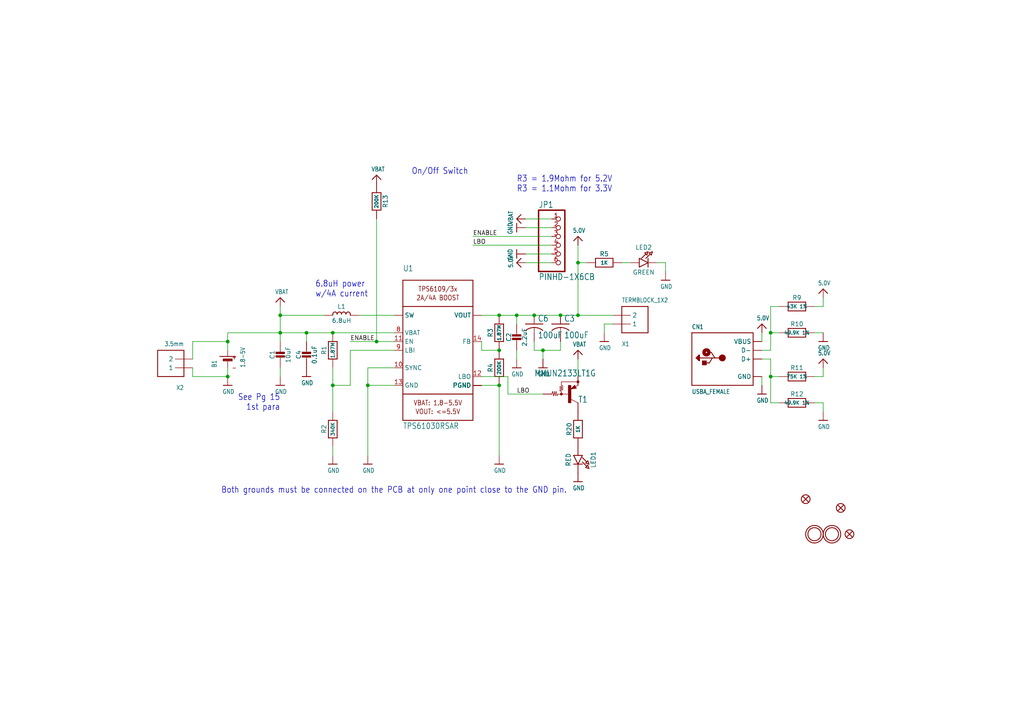
<source format=kicad_sch>
(kicad_sch (version 20211123) (generator eeschema)
  (paper "A4")
  (lib_symbols
    (symbol "eagleSchem-eagle-import:-PNP_DRIVER-SC59-BEC"
      (property "Reference" "T" (at -10.16 7.62 0))
      (property "Value" "-PNP_DRIVER-SC59-BEC" (at -10.16 5.08 0))
      (symbol "-PNP_DRIVER-SC59-BEC_1_0"
        (circle (center -2.286 0) (radius 0.254) (stroke (width 0.3048)))
        (rectangle (start -0.254 -2.54) (end 0.508 2.54) (fill (type outline)))
        (polyline (pts (xy -5.08 0) (xy -4.826 0.762)) (stroke (width 0.1524)))
        (polyline (pts (xy -4.826 0.762) (xy -4.572 -0.508)) (stroke (width 0.1524)))
        (polyline (pts (xy -4.572 -0.508) (xy -4.318 0.762)) (stroke (width 0.1524)))
        (polyline (pts (xy -4.318 0.762) (xy -4.064 -0.508)) (stroke (width 0.1524)))
        (polyline (pts (xy -4.064 -0.508) (xy -3.81 0.762)) (stroke (width 0.1524)))
        (polyline (pts (xy -3.81 0.762) (xy -3.556 -0.508)) (stroke (width 0.1524)))
        (polyline (pts (xy -3.556 -0.508) (xy -3.302 0)) (stroke (width 0.1524)))
        (polyline (pts (xy -3.302 0) (xy -2.286 0)) (stroke (width 0.1524)))
        (polyline (pts (xy -2.794 1.016) (xy -1.778 1.27)) (stroke (width 0.1524)))
        (polyline (pts (xy -2.794 1.524) (xy -1.778 1.778)) (stroke (width 0.1524)))
        (polyline (pts (xy -2.794 2.032) (xy -1.778 2.286)) (stroke (width 0.1524)))
        (polyline (pts (xy -2.286 0) (xy -2.286 0.762)) (stroke (width 0.1524)))
        (polyline (pts (xy -2.286 0) (xy -0.254 0)) (stroke (width 0.1524)))
        (polyline (pts (xy -2.286 0.762) (xy -2.794 1.016)) (stroke (width 0.1524)))
        (polyline (pts (xy -2.286 2.54) (xy -2.286 3.556)) (stroke (width 0.1524)))
        (polyline (pts (xy -2.286 3.556) (xy 2.54 3.556)) (stroke (width 0.1524)))
        (polyline (pts (xy -1.778 1.27) (xy -2.794 1.524)) (stroke (width 0.1524)))
        (polyline (pts (xy -1.778 1.778) (xy -2.794 2.032)) (stroke (width 0.1524)))
        (polyline (pts (xy -1.778 2.286) (xy -2.286 2.54)) (stroke (width 0.1524)))
        (polyline (pts (xy 0.5159 1.478) (xy 2.0861 1.6779)) (stroke (width 0.1524)))
        (polyline (pts (xy 0.762 1.651) (xy 1.778 1.778)) (stroke (width 0.254)))
        (polyline (pts (xy 1.143 1.905) (xy 1.524 1.905)) (stroke (width 0.254)))
        (polyline (pts (xy 1.524 2.159) (xy 1.143 1.905)) (stroke (width 0.254)))
        (polyline (pts (xy 1.524 2.413) (xy 0.762 1.651)) (stroke (width 0.254)))
        (polyline (pts (xy 1.5781 2.5941) (xy 0.5159 1.478)) (stroke (width 0.1524)))
        (polyline (pts (xy 1.778 1.778) (xy 1.524 2.159)) (stroke (width 0.254)))
        (polyline (pts (xy 1.905 1.778) (xy 1.524 2.413)) (stroke (width 0.254)))
        (polyline (pts (xy 2.0861 1.6779) (xy 1.5781 2.5941)) (stroke (width 0.1524)))
        (polyline (pts (xy 2.54 -2.54) (xy 0.508 -1.524)) (stroke (width 0.1524)))
        (polyline (pts (xy 2.54 2.54) (xy 1.808 2.1239)) (stroke (width 0.1524)))
        (circle (center 2.54 3.556) (radius 0.254) (stroke (width 0.3048)))
        (pin passive line (at -7.62 0 0) (length 2.54) (name "B") (number "B"))
        (pin passive line (at 2.54 -5.08 90) (length 2.54) (name "C") (number "C"))
        (pin passive line (at 2.54 5.08 270) (length 2.54) (name "E") (number "E"))
      )
    )
    (symbol "eagleSchem-eagle-import:5.0V" (power)
      (property "Value" "5.0V" (at -1.524 1.016 0))
      (symbol "5.0V_1_0"
        (polyline (pts (xy -1.27 -1.27) (xy 0 0)) (stroke (width 0.254)))
        (polyline (pts (xy 0 0) (xy 1.27 -1.27)) (stroke (width 0.254)))
        (pin power_in line (at 0 -2.54 90) (length 2.54) (name "5.0V") (number "1"))
      )
    )
    (symbol "eagleSchem-eagle-import:BATTERY"
      (property "Reference" "B" (at -2.54 3.175 0))
      (property "Value" "BATTERY" (at -2.54 -5.08 0))
      (symbol "BATTERY_1_0"
        (polyline (pts (xy -2.54 0) (xy -0.635 0)) (stroke (width 0.1524)))
        (polyline (pts (xy -0.508 -1.27) (xy -0.508 1.27)) (stroke (width 0.254)))
        (polyline (pts (xy -0.508 1.27) (xy -0.254 1.27)) (stroke (width 0.254)))
        (polyline (pts (xy -0.254 -1.27) (xy -0.508 -1.27)) (stroke (width 0.254)))
        (polyline (pts (xy -0.254 1.27) (xy -0.254 -1.27)) (stroke (width 0.254)))
        (polyline (pts (xy -0.254 1.27) (xy 0 1.27)) (stroke (width 0.254)))
        (polyline (pts (xy 0 -1.27) (xy -0.254 -1.27)) (stroke (width 0.254)))
        (polyline (pts (xy 0 1.27) (xy 0 -1.27)) (stroke (width 0.254)))
        (polyline (pts (xy 0.762 2.286) (xy 0.762 -2.286)) (stroke (width 0.254)))
        (polyline (pts (xy 0.889 0) (xy 2.54 0)) (stroke (width 0.1524)))
        (text "+" (at 1.27 -1.143 900) (effects (font (size 1.27 1.0795)) (justify right top)))
        (text "-" (at -1.778 -1.143 900) (effects (font (size 1.27 1.0795)) (justify right top)))
        (pin passive line (at -2.54 0 0) (length 0) (name "-") (number "1"))
        (pin passive line (at 2.54 0 180) (length 0) (name "+") (number "2"))
      )
    )
    (symbol "eagleSchem-eagle-import:C-USC1210"
      (property "Reference" "C" (at 1.016 0.635 0))
      (property "Value" "C-USC1210" (at 1.016 -4.191 0))
      (symbol "C-USC1210_1_0"
        (arc (start 0 -1.0161) (mid -1.302 -1.2303) (end -2.4668 -1.8504) (stroke (width 0.254)))
        (polyline (pts (xy -2.54 0) (xy 2.54 0)) (stroke (width 0.254)))
        (polyline (pts (xy 0 -1.016) (xy 0 -2.54)) (stroke (width 0.1524)))
        (arc (start 2.4892 -1.8542) (mid 1.3158 -1.2195) (end 0 -1) (stroke (width 0.254)))
        (pin passive line (at 0 2.54 270) (length 2.54) (name "1") (number "1"))
        (pin passive line (at 0 -5.08 90) (length 2.54) (name "2") (number "2"))
      )
    )
    (symbol "eagleSchem-eagle-import:CAP_CERAMIC0805-NOOUTLINE"
      (property "Reference" "C" (at -2.29 1.25 90))
      (property "Value" "CAP_CERAMIC0805-NOOUTLINE" (at 2.3 1.25 90))
      (symbol "CAP_CERAMIC0805-NOOUTLINE_1_0"
        (rectangle (start -1.27 0.508) (end 1.27 1.016) (fill (type outline)))
        (rectangle (start -1.27 1.524) (end 1.27 2.032) (fill (type outline)))
        (polyline (pts (xy 0 0.762) (xy 0 0)) (stroke (width 0.1524)))
        (polyline (pts (xy 0 2.54) (xy 0 1.778)) (stroke (width 0.1524)))
        (pin passive line (at 0 5.08 270) (length 2.54) (name "1") (number "1"))
        (pin passive line (at 0 -2.54 90) (length 2.54) (name "2") (number "2"))
      )
    )
    (symbol "eagleSchem-eagle-import:FIDUCIAL{dblquote}{dblquote}"
      (symbol "FIDUCIAL{dblquote}{dblquote}_1_0"
        (polyline (pts (xy -0.762 0.762) (xy 0.762 -0.762)) (stroke (width 0.254)))
        (polyline (pts (xy 0.762 0.762) (xy -0.762 -0.762)) (stroke (width 0.254)))
        (circle (center 0 0) (radius 1.27) (stroke (width 0.254)))
      )
    )
    (symbol "eagleSchem-eagle-import:GND" (power)
      (property "Value" "GND" (at -1.524 -2.54 0))
      (symbol "GND_1_0"
        (polyline (pts (xy -1.27 0) (xy 1.27 0)) (stroke (width 0.254)))
        (pin power_in line (at 0 2.54 270) (length 2.54) (name "GND") (number "1"))
      )
    )
    (symbol "eagleSchem-eagle-import:INDUCTOR-8X8"
      (property "Reference" "L" (at 0 2.54 0))
      (property "Value" "INDUCTOR-8X8" (at 0 -1.54 0))
      (symbol "INDUCTOR-8X8_1_0"
        (arc (start -1.27 0.3175) (mid -1.905 0.9524) (end -2.54 0.3175) (stroke (width 0.254)))
        (polyline (pts (xy -2.54 0.3175) (xy -2.54 0)) (stroke (width 0.254)))
        (polyline (pts (xy 2.54 0.3175) (xy 2.54 0)) (stroke (width 0.254)))
        (arc (start 0 0.3175) (mid -0.635 0.9524) (end -1.27 0.3175) (stroke (width 0.254)))
        (arc (start 1.27 0.3175) (mid 0.635 0.9524) (end 0 0.3175) (stroke (width 0.254)))
        (arc (start 2.54 0.3175) (mid 1.905 0.9524) (end 1.27 0.3175) (stroke (width 0.254)))
        (pin passive line (at -5.08 0 0) (length 2.54) (name "1") (number "P$1"))
        (pin passive line (at 5.08 0 180) (length 2.54) (name "2") (number "P$2"))
      )
    )
    (symbol "eagleSchem-eagle-import:LED0805_NOOUTLINE"
      (property "Reference" "D" (at -1.27 4.445 0))
      (property "Value" "LED0805_NOOUTLINE" (at -1.27 -2.794 0))
      (symbol "LED0805_NOOUTLINE_1_0"
        (polyline (pts (xy -2.54 -1.27) (xy 0 0)) (stroke (width 0.254)))
        (polyline (pts (xy -2.54 1.27) (xy -2.54 -1.27)) (stroke (width 0.254)))
        (polyline (pts (xy -1.905 1.27) (xy -0.635 2.54)) (stroke (width 0.254)))
        (polyline (pts (xy -0.9525 2.8575) (xy -0.3175 2.2225)) (stroke (width 0.254)))
        (polyline (pts (xy -0.635 1.27) (xy 0.635 2.54)) (stroke (width 0.254)))
        (polyline (pts (xy -0.3175 2.2225) (xy 0 3.175)) (stroke (width 0.254)))
        (polyline (pts (xy 0 0) (xy -2.54 1.27)) (stroke (width 0.254)))
        (polyline (pts (xy 0 0) (xy 0 -1.27)) (stroke (width 0.254)))
        (polyline (pts (xy 0 1.27) (xy 0 0)) (stroke (width 0.254)))
        (polyline (pts (xy 0 3.175) (xy -0.9525 2.8575)) (stroke (width 0.254)))
        (polyline (pts (xy 0.3175 2.8575) (xy 0.9525 2.2225)) (stroke (width 0.254)))
        (polyline (pts (xy 0.9525 2.2225) (xy 1.27 3.175)) (stroke (width 0.254)))
        (polyline (pts (xy 1.27 3.175) (xy 0.3175 2.8575)) (stroke (width 0.254)))
        (pin passive line (at -5.08 0 0) (length 2.54) (name "A") (number "A"))
        (pin passive line (at 2.54 0 180) (length 2.54) (name "C") (number "C"))
      )
    )
    (symbol "eagleSchem-eagle-import:MOUNTINGHOLE2.5"
      (symbol "MOUNTINGHOLE2.5_1_0"
        (circle (center 0 0) (radius 1.905) (stroke (width 0.254)))
        (circle (center 0 0) (radius 2.54) (stroke (width 0.254)))
      )
    )
    (symbol "eagleSchem-eagle-import:PINHD-1X6CB"
      (property "Reference" "JP" (at -6.35 10.795 0))
      (property "Value" "PINHD-1X6CB" (at -6.35 -10.16 0))
      (symbol "PINHD-1X6CB_1_0"
        (polyline (pts (xy -6.35 -7.62) (xy 1.27 -7.62)) (stroke (width 0.4064)))
        (polyline (pts (xy -6.35 10.16) (xy -6.35 -7.62)) (stroke (width 0.4064)))
        (polyline (pts (xy 1.27 -7.62) (xy 1.27 10.16)) (stroke (width 0.4064)))
        (polyline (pts (xy 1.27 10.16) (xy -6.35 10.16)) (stroke (width 0.4064)))
        (pin passive inverted (at -2.54 7.62 0) (length 2.54) (name "1") (number "1"))
        (pin passive inverted (at -2.54 5.08 0) (length 2.54) (name "2") (number "2"))
        (pin passive inverted (at -2.54 2.54 0) (length 2.54) (name "3") (number "3"))
        (pin passive inverted (at -2.54 0 0) (length 2.54) (name "4") (number "4"))
        (pin passive inverted (at -2.54 -2.54 0) (length 2.54) (name "5") (number "5"))
        (pin passive inverted (at -2.54 -5.08 0) (length 2.54) (name "6") (number "6"))
      )
    )
    (symbol "eagleSchem-eagle-import:RESISTOR0805_NOOUTLINE"
      (property "Reference" "R" (at 0 2.54 0))
      (property "Value" "RESISTOR0805_NOOUTLINE" (at 0 0 0))
      (symbol "RESISTOR0805_NOOUTLINE_1_0"
        (polyline (pts (xy -2.54 -1.27) (xy -2.54 1.27)) (stroke (width 0.254)))
        (polyline (pts (xy -2.54 1.27) (xy 2.54 1.27)) (stroke (width 0.254)))
        (polyline (pts (xy 2.54 -1.27) (xy -2.54 -1.27)) (stroke (width 0.254)))
        (polyline (pts (xy 2.54 1.27) (xy 2.54 -1.27)) (stroke (width 0.254)))
        (pin passive line (at -5.08 0 0) (length 2.54) (name "1") (number "1"))
        (pin passive line (at 5.08 0 180) (length 2.54) (name "2") (number "2"))
      )
    )
    (symbol "eagleSchem-eagle-import:RESISTOR_0805MP"
      (property "Reference" "R" (at 0 2.54 0))
      (property "Value" "RESISTOR_0805MP" (at 0 0 0))
      (symbol "RESISTOR_0805MP_1_0"
        (polyline (pts (xy -2.54 -1.27) (xy -2.54 1.27)) (stroke (width 0.254)))
        (polyline (pts (xy -2.54 1.27) (xy 2.54 1.27)) (stroke (width 0.254)))
        (polyline (pts (xy 2.54 -1.27) (xy -2.54 -1.27)) (stroke (width 0.254)))
        (polyline (pts (xy 2.54 1.27) (xy 2.54 -1.27)) (stroke (width 0.254)))
        (pin passive line (at -5.08 0 0) (length 2.54) (name "1") (number "1"))
        (pin passive line (at 5.08 0 180) (length 2.54) (name "2") (number "2"))
      )
    )
    (symbol "eagleSchem-eagle-import:TERMBLOCK_1X2"
      (property "Reference" "X" (at -2.54 7.62 0))
      (property "Value" "TERMBLOCK_1X2" (at -2.54 -5.08 0))
      (symbol "TERMBLOCK_1X2_1_0"
        (polyline (pts (xy -2.54 -2.54) (xy 5.08 -2.54)) (stroke (width 0.254)))
        (polyline (pts (xy -2.54 5.08) (xy -2.54 -2.54)) (stroke (width 0.254)))
        (polyline (pts (xy 5.08 -2.54) (xy 5.08 5.08)) (stroke (width 0.254)))
        (polyline (pts (xy 5.08 5.08) (xy -2.54 5.08)) (stroke (width 0.254)))
        (pin passive line (at -5.08 2.54 0) (length 5.08) (name "1") (number "1"))
        (pin passive line (at -5.08 0 0) (length 5.08) (name "2") (number "2"))
      )
    )
    (symbol "eagleSchem-eagle-import:USB_TYPEAPTHFML"
      (property "Reference" "X" (at -10.16 8.636 0))
      (property "Value" "USB_TYPEAPTHFML" (at -10.16 -10.16 0))
      (symbol "USB_TYPEAPTHFML_1_0"
        (rectangle (start -7.12 -1.72) (end -5.92 -0.52) (fill (type outline)))
        (circle (center -5.92 1.93) (radius 0.2) (stroke (width 1)))
        (circle (center -1.32 0.33) (radius 0.5) (stroke (width 1)))
        (polyline (pts (xy -10.2 7.62) (xy -10.16 7.62)) (stroke (width 0.254)))
        (polyline (pts (xy -10.16 -7.62) (xy 7.62 -7.62)) (stroke (width 0.254)))
        (polyline (pts (xy -10.16 7.62) (xy -10.16 -7.62)) (stroke (width 0.254)))
        (polyline (pts (xy -10.16 7.62) (xy 7.62 7.62)) (stroke (width 0.254)))
        (polyline (pts (xy -8.92 0.33) (xy -8.12 1.13)) (stroke (width 0.254)))
        (polyline (pts (xy -8.52 0.13) (xy -8.32 -0.07)) (stroke (width 0.254)))
        (polyline (pts (xy -8.52 0.33) (xy -8.52 0.13)) (stroke (width 0.254)))
        (polyline (pts (xy -8.32 -0.07) (xy -8.32 0.73)) (stroke (width 0.254)))
        (polyline (pts (xy -8.32 0.73) (xy -8.72 0.33)) (stroke (width 0.254)))
        (polyline (pts (xy -8.12 -0.47) (xy -8.92 0.33)) (stroke (width 0.254)))
        (polyline (pts (xy -8.12 -0.27) (xy -8.12 1.13)) (stroke (width 0.254)))
        (polyline (pts (xy -8.12 1.13) (xy -7.92 1.13)) (stroke (width 0.254)))
        (polyline (pts (xy -7.92 -0.47) (xy -8.12 -0.47)) (stroke (width 0.254)))
        (polyline (pts (xy -7.92 0.33) (xy -7.92 -0.47)) (stroke (width 0.254)))
        (polyline (pts (xy -7.92 1.13) (xy -7.92 0.33)) (stroke (width 0.254)))
        (polyline (pts (xy -6.27 -1.12) (xy -5.07 -1.12)) (stroke (width 0.254)))
        (polyline (pts (xy -5.52 1.93) (xy -4.52 1.93)) (stroke (width 0.254)))
        (polyline (pts (xy -5.07 -1.12) (xy -4.22 0.33)) (stroke (width 0.254)))
        (polyline (pts (xy -4.52 1.93) (xy -3.47 0.33)) (stroke (width 0.254)))
        (polyline (pts (xy -4.22 0.33) (xy -7.92 0.33)) (stroke (width 0.254)))
        (polyline (pts (xy -3.47 0.33) (xy -4.22 0.33)) (stroke (width 0.254)))
        (polyline (pts (xy -1.32 0.33) (xy -3.47 0.33)) (stroke (width 0.254)))
        (polyline (pts (xy 7.62 7.62) (xy 7.62 -7.62)) (stroke (width 0.254)))
        (pin bidirectional line (at 10.16 0 180) (length 2.54) (name "D+") (number "D+"))
        (pin bidirectional line (at 10.16 2.54 180) (length 2.54) (name "D-") (number "D-"))
        (pin power_in line (at 10.16 -5.08 180) (length 2.54) (name "GND") (number "GND"))
        (pin power_in line (at 10.16 5.08 180) (length 2.54) (name "VBUS") (number "VBUS"))
      )
    )
    (symbol "eagleSchem-eagle-import:VBAT" (power)
      (property "Value" "VBAT" (at -1.524 1.016 0))
      (symbol "VBAT_1_0"
        (polyline (pts (xy -1.27 -1.27) (xy 0 0)) (stroke (width 0.254)))
        (polyline (pts (xy 0 0) (xy 1.27 -1.27)) (stroke (width 0.254)))
        (pin power_in line (at 0 -2.54 90) (length 2.54) (name "VBAT") (number "1"))
      )
    )
    (symbol "eagleSchem-eagle-import:VREG_TPS6103X"
      (property "Reference" "U" (at -10.16 22.86 0))
      (property "Value" "VREG_TPS6103X" (at -10.16 -22.86 0))
      (symbol "VREG_TPS6103X_1_0"
        (polyline (pts (xy -10.16 -20.32) (xy 10.16 -20.32)) (stroke (width 0.254)))
        (polyline (pts (xy -10.16 -12.7) (xy -10.16 -20.32)) (stroke (width 0.254)))
        (polyline (pts (xy -10.16 -12.7) (xy -10.16 12.7)) (stroke (width 0.254)))
        (polyline (pts (xy -10.16 12.7) (xy -10.16 20.32)) (stroke (width 0.254)))
        (polyline (pts (xy -10.16 12.7) (xy 10.16 12.7)) (stroke (width 0.254)))
        (polyline (pts (xy -10.16 20.32) (xy 10.16 20.32)) (stroke (width 0.254)))
        (polyline (pts (xy 10.16 -20.32) (xy 10.16 -12.7)) (stroke (width 0.254)))
        (polyline (pts (xy 10.16 -12.7) (xy -10.16 -12.7)) (stroke (width 0.254)))
        (polyline (pts (xy 10.16 12.7) (xy 10.16 -12.7)) (stroke (width 0.254)))
        (polyline (pts (xy 10.16 20.32) (xy 10.16 12.7)) (stroke (width 0.254)))
        (text "2A/4A BOOST" (at 0 15.24 0) (effects (font (size 1.4224 1.209))))
        (text "TPS6109/3x" (at 0 17.78 0) (effects (font (size 1.4224 1.209))))
        (text "VBAT: 1.8-5.5V" (at 0 -15.24 0) (effects (font (size 1.4224 1.209))))
        (text "VOUT: <=5.5V" (at 0 -17.78 0) (effects (font (size 1.4224 1.209))))
        (pin power_in line (at 12.7 10.16 180) (length 2.54) (name "VOUT") (number "1"))
        (pin input line (at -12.7 -5.08 0) (length 2.54) (name "SYNC") (number "10"))
        (pin input line (at -12.7 2.54 0) (length 2.54) (name "EN") (number "11"))
        (pin output line (at 12.7 -7.62 180) (length 2.54) (name "LBO") (number "12"))
        (pin power_in line (at -12.7 -10.16 0) (length 2.54) (name "GND") (number "13"))
        (pin input line (at 12.7 2.54 180) (length 2.54) (name "FB") (number "14"))
        (pin power_in line (at 12.7 10.16 180) (length 2.54) (name "VOUT") (number "15"))
        (pin power_in line (at 12.7 10.16 180) (length 2.54) (name "VOUT") (number "16"))
        (pin input line (at -12.7 10.16 0) (length 2.54) (name "SW") (number "3"))
        (pin input line (at -12.7 10.16 0) (length 2.54) (name "SW") (number "4"))
        (pin power_in line (at 12.7 -10.16 180) (length 2.54) (name "PGND") (number "5"))
        (pin power_in line (at 12.7 -10.16 180) (length 2.54) (name "PGND") (number "6"))
        (pin power_in line (at 12.7 -10.16 180) (length 2.54) (name "PGND") (number "7"))
        (pin input line (at -12.7 5.08 0) (length 2.54) (name "VBAT") (number "8"))
        (pin input line (at -12.7 0 0) (length 2.54) (name "LBI") (number "9"))
        (pin power_in line (at 12.7 -10.16 180) (length 2.54) (name "PGND") (number "P$18"))
        (pin power_in line (at 12.7 -10.16 180) (length 2.54) (name "PGND") (number "P$19"))
        (pin power_in line (at 12.7 -10.16 180) (length 2.54) (name "PGND") (number "P$20"))
        (pin power_in line (at 12.7 -10.16 180) (length 2.54) (name "PGND") (number "P$21"))
        (pin power_in line (at 12.7 -10.16 180) (length 2.54) (name "PGND") (number "P$22"))
        (pin power_in line (at 12.7 -10.16 180) (length 2.54) (name "PGND") (number "THERMAL"))
      )
    )
  )
  (junction (at 144.78 101.6))
  (junction (at 66.04 99.06))
  (junction (at 81.28 91.44))
  (junction (at 167.64 76.2))
  (junction (at 162.56 91.44))
  (junction (at 66.04 109.22))
  (junction (at 149.86 91.44))
  (junction (at 144.78 111.76))
  (junction (at 109.22 99.06))
  (junction (at 144.78 91.44))
  (junction (at 88.9 96.52))
  (junction (at 157.48 101.6))
  (junction (at 154.94 91.44))
  (junction (at 223.52 96.52))
  (junction (at 223.52 109.22))
  (junction (at 96.52 111.76))
  (junction (at 96.52 96.52))
  (junction (at 81.28 96.52))
  (junction (at 167.64 91.44))
  (junction (at 106.68 111.76))
  (wire (pts (xy 154.94 101.6) (xy 157.48 101.6)))
  (wire (pts (xy 96.52 132.08) (xy 96.52 129.54)))
  (wire (pts (xy 114.3 101.6) (xy 101.6 101.6)))
  (wire (pts (xy 223.52 96.52) (xy 223.52 88.9)))
  (wire (pts (xy 109.22 99.06) (xy 101.6 99.06)))
  (wire (pts (xy 139.7 99.06) (xy 139.7 101.6)))
  (wire (pts (xy 157.48 101.6) (xy 157.48 104.14)))
  (wire (pts (xy 55.88 104.14) (xy 55.88 99.06)))
  (wire (pts (xy 193.04 76.2) (xy 193.04 78.74)))
  (wire (pts (xy 223.52 88.9) (xy 226.06 88.9)))
  (wire (pts (xy 236.22 88.9) (xy 238.76 88.9)))
  (wire (pts (xy 147.32 114.3) (xy 157.48 114.3)))
  (wire (pts (xy 223.52 101.6) (xy 223.52 96.52)))
  (wire (pts (xy 101.6 111.76) (xy 96.52 111.76)))
  (wire (pts (xy 167.64 76.2) (xy 170.18 76.2)))
  (wire (pts (xy 139.7 111.76) (xy 144.78 111.76)))
  (wire (pts (xy 81.28 91.44) (xy 81.28 88.9)))
  (wire (pts (xy 66.04 96.52) (xy 66.04 99.06)))
  (wire (pts (xy 144.78 91.44) (xy 149.86 91.44)))
  (wire (pts (xy 139.7 101.6) (xy 144.78 101.6)))
  (wire (pts (xy 236.22 96.52) (xy 238.76 96.52)))
  (wire (pts (xy 223.52 116.84) (xy 226.06 116.84)))
  (wire (pts (xy 88.9 99.06) (xy 88.9 96.52)))
  (wire (pts (xy 160.02 76.2) (xy 152.4 76.2)))
  (wire (pts (xy 236.22 109.22) (xy 238.76 109.22)))
  (wire (pts (xy 114.3 99.06) (xy 109.22 99.06)))
  (wire (pts (xy 139.7 109.22) (xy 147.32 109.22)))
  (wire (pts (xy 144.78 111.76) (xy 144.78 132.08)))
  (wire (pts (xy 160.02 73.66) (xy 152.4 73.66)))
  (wire (pts (xy 160.02 63.5) (xy 152.4 63.5)))
  (wire (pts (xy 96.52 106.68) (xy 96.52 111.76)))
  (wire (pts (xy 66.04 106.68) (xy 66.04 109.22)))
  (wire (pts (xy 114.3 111.76) (xy 106.68 111.76)))
  (wire (pts (xy 160.02 66.04) (xy 152.4 66.04)))
  (wire (pts (xy 149.86 101.6) (xy 149.86 104.14)))
  (wire (pts (xy 167.64 76.2) (xy 167.64 71.12)))
  (wire (pts (xy 66.04 99.06) (xy 66.04 101.6)))
  (wire (pts (xy 162.56 91.44) (xy 167.64 91.44)))
  (wire (pts (xy 55.88 109.22) (xy 66.04 109.22)))
  (wire (pts (xy 114.3 91.44) (xy 104.14 91.44)))
  (wire (pts (xy 223.52 96.52) (xy 226.06 96.52)))
  (wire (pts (xy 109.22 99.06) (xy 109.22 63.5)))
  (wire (pts (xy 106.68 111.76) (xy 106.68 132.08)))
  (wire (pts (xy 55.88 109.22) (xy 55.88 106.68)))
  (wire (pts (xy 190.5 76.2) (xy 193.04 76.2)))
  (wire (pts (xy 220.98 99.06) (xy 220.98 96.52)))
  (wire (pts (xy 177.8 91.44) (xy 167.64 91.44)))
  (wire (pts (xy 154.94 99.06) (xy 154.94 101.6)))
  (wire (pts (xy 236.22 116.84) (xy 238.76 116.84)))
  (wire (pts (xy 167.64 109.22) (xy 167.64 104.14)))
  (wire (pts (xy 220.98 109.22) (xy 220.98 111.76)))
  (wire (pts (xy 223.52 109.22) (xy 226.06 109.22)))
  (wire (pts (xy 157.48 101.6) (xy 162.56 101.6)))
  (wire (pts (xy 101.6 111.76) (xy 101.6 101.6)))
  (wire (pts (xy 175.26 93.98) (xy 177.8 93.98)))
  (wire (pts (xy 66.04 96.52) (xy 81.28 96.52)))
  (wire (pts (xy 88.9 96.52) (xy 81.28 96.52)))
  (wire (pts (xy 160.02 68.58) (xy 137.16 68.58)))
  (wire (pts (xy 81.28 96.52) (xy 81.28 99.06)))
  (wire (pts (xy 223.52 109.22) (xy 223.52 116.84)))
  (wire (pts (xy 96.52 96.52) (xy 88.9 96.52)))
  (wire (pts (xy 238.76 109.22) (xy 238.76 106.68)))
  (wire (pts (xy 114.3 106.68) (xy 106.68 106.68)))
  (wire (pts (xy 180.34 76.2) (xy 182.88 76.2)))
  (wire (pts (xy 81.28 106.68) (xy 81.28 109.22)))
  (wire (pts (xy 149.86 91.44) (xy 154.94 91.44)))
  (wire (pts (xy 149.86 93.98) (xy 149.86 91.44)))
  (wire (pts (xy 55.88 99.06) (xy 66.04 99.06)))
  (wire (pts (xy 114.3 96.52) (xy 96.52 96.52)))
  (wire (pts (xy 106.68 106.68) (xy 106.68 111.76)))
  (wire (pts (xy 139.7 91.44) (xy 144.78 91.44)))
  (wire (pts (xy 147.32 109.22) (xy 147.32 114.3)))
  (wire (pts (xy 238.76 88.9) (xy 238.76 86.36)))
  (wire (pts (xy 175.26 93.98) (xy 175.26 96.52)))
  (wire (pts (xy 93.98 91.44) (xy 81.28 91.44)))
  (wire (pts (xy 81.28 91.44) (xy 81.28 96.52)))
  (wire (pts (xy 154.94 91.44) (xy 162.56 91.44)))
  (wire (pts (xy 96.52 111.76) (xy 96.52 119.38)))
  (wire (pts (xy 162.56 101.6) (xy 162.56 99.06)))
  (wire (pts (xy 238.76 116.84) (xy 238.76 119.38)))
  (wire (pts (xy 220.98 101.6) (xy 223.52 101.6)))
  (wire (pts (xy 220.98 104.14) (xy 223.52 104.14)))
  (wire (pts (xy 167.64 91.44) (xy 167.64 76.2)))
  (wire (pts (xy 223.52 104.14) (xy 223.52 109.22)))
  (wire (pts (xy 137.16 71.12) (xy 160.02 71.12)))
  (text "On/Off Switch" (at 119.38 50.8 180) (effects (font (size 1.778 1.5113)) (justify left bottom)))
  (text "See Pg 15\n1st para" (at 81.28 114.3 180) (effects (font (size 1.778 1.5113)) (justify right top)))
  (text "R3 = 1.9Mohm for 5.2V\nR3 = 1.1Mohm for 3.3V" (at 149.86 55.88 180) (effects (font (size 1.778 1.5113)) (justify left bottom)))
  (text "6.8uH power\nw/4A current" (at 91.44 86.36 180) (effects (font (size 1.778 1.5113)) (justify left bottom)))
  (text "Both grounds must be connected on the PCB at only one point close to the GND pin." (at 114.3 142.24 0) (effects (font (size 1.778 1.5113))))
  (label "LBO" (at 149.86 114.3 0) (effects (font (size 1.2446 1.2446))))
  (label "ENABLE" (at 137.16 68.58 0) (effects (font (size 1.2446 1.2446))))
  (label "LBO" (at 137.16 71.12 0) (effects (font (size 1.2446 1.2446))))
  (label "ENABLE" (at 101.6 99.06 0) (effects (font (size 1.2446 1.2446))))
  (symbol (lib_id "eagleSchem-eagle-import:RESISTOR0805_NOOUTLINE") (at 175.26 76.2 0) (unit 1)
    (property "Reference" "R5" (at 175.26 73.66 0))
    (property "Value" "1K" (at 175.26 76.2 0) (effects (font (size 1.016 1.016) bold)))
    (property "Footprint" "eagleSchem:0805-NO" (effects hide))
  )
  (symbol (lib_id "eagleSchem-eagle-import:GND") (at 106.68 134.62 0) (unit 1)
    (property "Reference" "#U$2" (effects hide))
    (property "Value" "GND" (at 105.156 137.16 0) (effects (font (size 1.27 1.0795)) (justify left bottom)))
    (property "Footprint" "eagleSchem:" (effects hide))
  )
  (symbol (lib_id "eagleSchem-eagle-import:RESISTOR0805_NOOUTLINE") (at 231.14 96.52 0) (unit 1)
    (property "Reference" "R10" (at 231.14 93.98 0))
    (property "Value" "49.9K 1%" (at 231.14 96.52 0) (effects (font (size 1.016 1.016) bold)))
    (property "Footprint" "eagleSchem:0805-NO" (effects hide))
  )
  (symbol (lib_id "eagleSchem-eagle-import:RESISTOR0805_NOOUTLINE") (at 167.64 124.46 90) (unit 1)
    (property "Reference" "R20" (at 165.1 124.46 0))
    (property "Value" "1K" (at 167.64 124.46 0) (effects (font (size 1.016 1.016) bold)))
    (property "Footprint" "eagleSchem:0805-NO" (effects hide))
  )
  (symbol (lib_id "eagleSchem-eagle-import:C-USC1210") (at 162.56 93.98 0) (unit 1)
    (property "Reference" "C3" (at 163.576 93.345 0) (effects (font (size 1.778 1.5113)) (justify left bottom)))
    (property "Value" "100uF" (at 163.576 98.171 0) (effects (font (size 1.778 1.5113)) (justify left bottom)))
    (property "Footprint" "eagleSchem:C1210" (effects hide))
  )
  (symbol (lib_id "eagleSchem-eagle-import:FIDUCIAL{dblquote}{dblquote}") (at 233.68 144.78 0) (unit 1)
    (property "Reference" "FID3" (effects hide))
    (property "Value" "FIDUCIAL{dblquote}{dblquote}" (effects hide))
    (property "Footprint" "eagleSchem:FIDUCIAL_1MM" (effects hide))
    (property "Value" "FIDUCIAL{dblquote}{dblquote}" (effects hide))
  )
  (symbol (lib_id "eagleSchem-eagle-import:CAP_CERAMIC0805-NOOUTLINE") (at 149.86 99.06 0) (unit 1)
    (property "Reference" "C2" (at 147.57 97.81 90))
    (property "Value" "2.2uF" (at 152.16 97.81 90))
    (property "Footprint" "eagleSchem:0805-NO" (effects hide))
  )
  (symbol (lib_id "eagleSchem-eagle-import:GND") (at 167.64 139.7 0) (unit 1)
    (property "Reference" "#U$20" (effects hide))
    (property "Value" "GND" (at 166.116 142.24 0) (effects (font (size 1.27 1.0795)) (justify left bottom)))
    (property "Footprint" "eagleSchem:" (effects hide))
  )
  (symbol (lib_id "eagleSchem-eagle-import:LED0805_NOOUTLINE") (at 187.96 76.2 0) (unit 1)
    (property "Reference" "LED2" (at 186.69 71.755 0))
    (property "Value" "GREEN" (at 186.69 78.994 0))
    (property "Footprint" "eagleSchem:CHIPLED_0805_NOOUTLINE" (effects hide))
  )
  (symbol (lib_id "eagleSchem-eagle-import:RESISTOR0805_NOOUTLINE") (at 144.78 106.68 90) (unit 1)
    (property "Reference" "R4" (at 142.24 106.68 0))
    (property "Value" "200K" (at 144.78 106.68 0) (effects (font (size 1.016 1.016) bold)))
    (property "Footprint" "eagleSchem:0805-NO" (effects hide))
  )
  (symbol (lib_id "eagleSchem-eagle-import:5.0V") (at 220.98 93.98 0) (unit 1)
    (property "Reference" "#U$17" (effects hide))
    (property "Value" "5.0V" (at 219.456 92.964 0) (effects (font (size 1.27 1.0795)) (justify left bottom)))
    (property "Footprint" "eagleSchem:" (effects hide))
  )
  (symbol (lib_id "eagleSchem-eagle-import:CAP_CERAMIC0805-NOOUTLINE") (at 81.28 104.14 0) (unit 1)
    (property "Reference" "C1" (at 78.99 102.89 90))
    (property "Value" "10uF" (at 83.58 102.89 90))
    (property "Footprint" "eagleSchem:0805-NO" (effects hide))
  )
  (symbol (lib_id "eagleSchem-eagle-import:GND") (at 220.98 114.3 0) (unit 1)
    (property "Reference" "#U$22" (effects hide))
    (property "Value" "GND" (at 219.456 116.84 0) (effects (font (size 1.27 1.0795)) (justify left bottom)))
    (property "Footprint" "eagleSchem:" (effects hide))
  )
  (symbol (lib_id "eagleSchem-eagle-import:GND") (at 238.76 121.92 0) (unit 1)
    (property "Reference" "#U$21" (effects hide))
    (property "Value" "GND" (at 237.236 124.46 0) (effects (font (size 1.27 1.0795)) (justify left bottom)))
    (property "Footprint" "eagleSchem:" (effects hide))
  )
  (symbol (lib_id "eagleSchem-eagle-import:RESISTOR0805_NOOUTLINE") (at 231.14 116.84 0) (unit 1)
    (property "Reference" "R12" (at 231.14 114.3 0))
    (property "Value" "49.9K 1%" (at 231.14 116.84 0) (effects (font (size 1.016 1.016) bold)))
    (property "Footprint" "eagleSchem:0805-NO" (effects hide))
  )
  (symbol (lib_id "eagleSchem-eagle-import:GND") (at 81.28 111.76 0) (unit 1)
    (property "Reference" "#U$4" (effects hide))
    (property "Value" "GND" (at 79.756 114.3 0) (effects (font (size 1.27 1.0795)) (justify left bottom)))
    (property "Footprint" "eagleSchem:" (effects hide))
  )
  (symbol (lib_id "eagleSchem-eagle-import:GND") (at 144.78 134.62 0) (unit 1)
    (property "Reference" "#U$3" (effects hide))
    (property "Value" "GND" (at 143.256 137.16 0) (effects (font (size 1.27 1.0795)) (justify left bottom)))
    (property "Footprint" "eagleSchem:" (effects hide))
  )
  (symbol (lib_id "eagleSchem-eagle-import:BATTERY") (at 66.04 104.14 90) (unit 1)
    (property "Reference" "B1" (at 62.865 106.68 0) (effects (font (size 1.27 1.0795)) (justify left bottom)))
    (property "Value" "1.8-5V" (at 71.12 106.68 0) (effects (font (size 1.27 1.0795)) (justify left bottom)))
    (property "Footprint" "eagleSchem:JSTPH2" (effects hide))
  )
  (symbol (lib_id "eagleSchem-eagle-import:GND") (at 175.26 99.06 0) (unit 1)
    (property "Reference" "#U$9" (effects hide))
    (property "Value" "GND" (at 173.736 101.6 0) (effects (font (size 1.27 1.0795)) (justify left bottom)))
    (property "Footprint" "eagleSchem:" (effects hide))
  )
  (symbol (lib_id "eagleSchem-eagle-import:CAP_CERAMIC0805-NOOUTLINE") (at 88.9 104.14 0) (unit 1)
    (property "Reference" "C4" (at 86.61 102.89 90))
    (property "Value" "0.1uF" (at 91.2 102.89 90))
    (property "Footprint" "eagleSchem:0805-NO" (effects hide))
  )
  (symbol (lib_id "eagleSchem-eagle-import:5.0V") (at 238.76 83.82 0) (unit 1)
    (property "Reference" "#U$15" (effects hide))
    (property "Value" "5.0V" (at 237.236 82.804 0) (effects (font (size 1.27 1.0795)) (justify left bottom)))
    (property "Footprint" "eagleSchem:" (effects hide))
  )
  (symbol (lib_id "eagleSchem-eagle-import:INDUCTOR-8X8") (at 99.06 91.44 0) (unit 1)
    (property "Reference" "L1" (at 99.06 88.9 0))
    (property "Value" "6.8uH" (at 99.06 92.98 0))
    (property "Footprint" "eagleSchem:INDUCTOR_8X8MM" (effects hide))
  )
  (symbol (lib_id "eagleSchem-eagle-import:LED0805_NOOUTLINE") (at 167.64 134.62 270) (unit 1)
    (property "Reference" "LED1" (at 172.085 133.35 0))
    (property "Value" "RED" (at 164.846 133.35 0))
    (property "Footprint" "eagleSchem:CHIPLED_0805_NOOUTLINE" (effects hide))
  )
  (symbol (lib_id "eagleSchem-eagle-import:VBAT") (at 109.22 50.8 0) (unit 1)
    (property "Reference" "#U$27" (effects hide))
    (property "Value" "VBAT" (at 107.696 49.784 0) (effects (font (size 1.27 1.0795)) (justify left bottom)))
    (property "Footprint" "eagleSchem:" (effects hide))
  )
  (symbol (lib_id "eagleSchem-eagle-import:VBAT") (at 149.86 63.5 90) (unit 1)
    (property "Reference" "#U$29" (effects hide))
    (property "Value" "VBAT" (at 148.844 65.024 0) (effects (font (size 1.27 1.0795)) (justify left bottom)))
    (property "Footprint" "eagleSchem:" (effects hide))
  )
  (symbol (lib_id "eagleSchem-eagle-import:VREG_TPS6103X") (at 127 101.6 0) (unit 1)
    (property "Reference" "U1" (at 116.84 78.74 0) (effects (font (size 1.6764 1.4249)) (justify left bottom)))
    (property "Value" "TPS61030RSAR" (at 116.84 124.46 0) (effects (font (size 1.6764 1.4249)) (justify left bottom)))
    (property "Footprint" "eagleSchem:PVQFN-16" (effects hide))
  )
  (symbol (lib_id "eagleSchem-eagle-import:RESISTOR_0805MP") (at 96.52 101.6 90) (unit 1)
    (property "Reference" "R1" (at 93.98 101.6 0))
    (property "Value" "1.87M" (at 96.52 101.6 0) (effects (font (size 1.016 1.016) bold)))
    (property "Footprint" "eagleSchem:_0805MP" (effects hide))
  )
  (symbol (lib_id "eagleSchem-eagle-import:GND") (at 193.04 81.28 0) (unit 1)
    (property "Reference" "#U$14" (effects hide))
    (property "Value" "GND" (at 191.516 83.82 0) (effects (font (size 1.27 1.0795)) (justify left bottom)))
    (property "Footprint" "eagleSchem:" (effects hide))
  )
  (symbol (lib_id "eagleSchem-eagle-import:GND") (at 149.86 73.66 270) (unit 1)
    (property "Reference" "#U$31" (effects hide))
    (property "Value" "GND" (at 147.32 72.136 0) (effects (font (size 1.27 1.0795)) (justify left bottom)))
    (property "Footprint" "eagleSchem:" (effects hide))
  )
  (symbol (lib_id "eagleSchem-eagle-import:PINHD-1X6CB") (at 162.56 71.12 0) (unit 1)
    (property "Reference" "JP1" (at 156.21 60.325 0) (effects (font (size 1.778 1.5113)) (justify left bottom)))
    (property "Value" "PINHD-1X6CB" (at 156.21 81.28 0) (effects (font (size 1.778 1.5113)) (justify left bottom)))
    (property "Footprint" "eagleSchem:1X06-CLEANBIG" (effects hide))
  )
  (symbol (lib_id "eagleSchem-eagle-import:TERMBLOCK_1X2") (at 182.88 91.44 0) (mirror x) (unit 1)
    (property "Reference" "X1" (at 180.34 99.06 0) (effects (font (size 1.27 1.0795)) (justify left bottom)))
    (property "Value" "TERMBLOCK_1X2" (at 180.34 86.36 0) (effects (font (size 1.27 1.0795)) (justify left bottom)))
    (property "Footprint" "eagleSchem:TERMBLOCK_1X2-3.5MM" (effects hide))
  )
  (symbol (lib_id "eagleSchem-eagle-import:MOUNTINGHOLE2.5") (at 236.22 154.94 0) (unit 1)
    (property "Reference" "U$11" (effects hide))
    (property "Value" "MOUNTINGHOLE2.5" (effects hide))
    (property "Footprint" "eagleSchem:MOUNTINGHOLE_2.5_PLATED" (effects hide))
  )
  (symbol (lib_id "eagleSchem-eagle-import:RESISTOR_0805MP") (at 96.52 124.46 90) (unit 1)
    (property "Reference" "R2" (at 93.98 124.46 0))
    (property "Value" "340K" (at 96.52 124.46 0) (effects (font (size 1.016 1.016) bold)))
    (property "Footprint" "eagleSchem:_0805MP" (effects hide))
  )
  (symbol (lib_id "eagleSchem-eagle-import:RESISTOR0805_NOOUTLINE") (at 231.14 88.9 0) (unit 1)
    (property "Reference" "R9" (at 231.14 86.36 0))
    (property "Value" "43K 1%" (at 231.14 88.9 0) (effects (font (size 1.016 1.016) bold)))
    (property "Footprint" "eagleSchem:0805-NO" (effects hide))
  )
  (symbol (lib_id "eagleSchem-eagle-import:5.0V") (at 149.86 76.2 90) (unit 1)
    (property "Reference" "#U$32" (effects hide))
    (property "Value" "5.0V" (at 148.844 77.724 0) (effects (font (size 1.27 1.0795)) (justify left bottom)))
    (property "Footprint" "eagleSchem:" (effects hide))
  )
  (symbol (lib_id "eagleSchem-eagle-import:VBAT") (at 81.28 86.36 0) (unit 1)
    (property "Reference" "#U$19" (effects hide))
    (property "Value" "VBAT" (at 79.756 85.344 0) (effects (font (size 1.27 1.0795)) (justify left bottom)))
    (property "Footprint" "eagleSchem:" (effects hide))
  )
  (symbol (lib_id "eagleSchem-eagle-import:VBAT") (at 167.64 101.6 0) (unit 1)
    (property "Reference" "#U$23" (effects hide))
    (property "Value" "VBAT" (at 166.116 100.584 0) (effects (font (size 1.27 1.0795)) (justify left bottom)))
    (property "Footprint" "eagleSchem:" (effects hide))
  )
  (symbol (lib_id "eagleSchem-eagle-import:-PNP_DRIVER-SC59-BEC") (at 165.1 114.3 0) (unit 1)
    (property "Reference" "T1" (at 167.64 116.84 0) (effects (font (size 1.778 1.5113)) (justify left bottom)))
    (property "Value" "MMUN2133LT1G" (at 154.94 109.22 0) (effects (font (size 1.778 1.5113)) (justify left bottom)))
    (property "Footprint" "eagleSchem:SC59-BEC" (effects hide))
  )
  (symbol (lib_id "eagleSchem-eagle-import:USB_TYPEAPTHFML") (at 210.82 104.14 0) (unit 1)
    (property "Reference" "CN1" (at 200.66 95.504 0) (effects (font (size 1.27 1.0795)) (justify left bottom)))
    (property "Value" "USBA_FEMALE" (at 200.66 114.3 0) (effects (font (size 1.27 1.0795)) (justify left bottom)))
    (property "Footprint" "eagleSchem:USB_HOST-PTH" (effects hide))
  )
  (symbol (lib_id "eagleSchem-eagle-import:GND") (at 149.86 66.04 270) (unit 1)
    (property "Reference" "#U$30" (effects hide))
    (property "Value" "GND" (at 147.32 64.516 0) (effects (font (size 1.27 1.0795)) (justify left bottom)))
    (property "Footprint" "eagleSchem:" (effects hide))
  )
  (symbol (lib_id "eagleSchem-eagle-import:MOUNTINGHOLE2.5") (at 241.3 154.94 0) (unit 1)
    (property "Reference" "U$10" (effects hide))
    (property "Value" "MOUNTINGHOLE2.5" (effects hide))
    (property "Footprint" "eagleSchem:MOUNTINGHOLE_2.5_PLATED" (effects hide))
  )
  (symbol (lib_id "eagleSchem-eagle-import:FIDUCIAL{dblquote}{dblquote}") (at 243.84 147.32 0) (unit 1)
    (property "Reference" "FID1" (effects hide))
    (property "Value" "FIDUCIAL{dblquote}{dblquote}" (effects hide))
    (property "Footprint" "eagleSchem:FIDUCIAL_1MM" (effects hide))
    (property "Value" "FIDUCIAL{dblquote}{dblquote}" (effects hide))
  )
  (symbol (lib_id "eagleSchem-eagle-import:RESISTOR0805_NOOUTLINE") (at 109.22 58.42 270) (unit 1)
    (property "Reference" "R13" (at 111.76 58.42 0))
    (property "Value" "200K" (at 109.22 58.42 0) (effects (font (size 1.016 1.016) bold)))
    (property "Footprint" "eagleSchem:0805-NO" (effects hide))
  )
  (symbol (lib_id "eagleSchem-eagle-import:5.0V") (at 238.76 104.14 0) (unit 1)
    (property "Reference" "#U$16" (effects hide))
    (property "Value" "5.0V" (at 237.236 103.124 0) (effects (font (size 1.27 1.0795)) (justify left bottom)))
    (property "Footprint" "eagleSchem:" (effects hide))
  )
  (symbol (lib_id "eagleSchem-eagle-import:5.0V") (at 167.64 68.58 0) (unit 1)
    (property "Reference" "#U$7" (effects hide))
    (property "Value" "5.0V" (at 166.116 67.564 0) (effects (font (size 1.27 1.0795)) (justify left bottom)))
    (property "Footprint" "eagleSchem:" (effects hide))
  )
  (symbol (lib_id "eagleSchem-eagle-import:GND") (at 96.52 134.62 0) (unit 1)
    (property "Reference" "#U$1" (effects hide))
    (property "Value" "GND" (at 94.996 137.16 0) (effects (font (size 1.27 1.0795)) (justify left bottom)))
    (property "Footprint" "eagleSchem:" (effects hide))
  )
  (symbol (lib_id "eagleSchem-eagle-import:RESISTOR0805_NOOUTLINE") (at 231.14 109.22 0) (unit 1)
    (property "Reference" "R11" (at 231.14 106.68 0))
    (property "Value" "75K 1%" (at 231.14 109.22 0) (effects (font (size 1.016 1.016) bold)))
    (property "Footprint" "eagleSchem:0805-NO" (effects hide))
  )
  (symbol (lib_id "eagleSchem-eagle-import:TERMBLOCK_1X2") (at 50.8 104.14 180) (unit 1)
    (property "Reference" "X2" (at 53.34 111.76 0) (effects (font (size 1.27 1.0795)) (justify left bottom)))
    (property "Value" "3.5mm" (at 53.34 99.06 0) (effects (font (size 1.27 1.0795)) (justify left bottom)))
    (property "Footprint" "eagleSchem:TERMBLOCK_1X2-3.5MM" (effects hide))
  )
  (symbol (lib_id "eagleSchem-eagle-import:GND") (at 149.86 106.68 0) (unit 1)
    (property "Reference" "#U$6" (effects hide))
    (property "Value" "GND" (at 148.336 109.22 0) (effects (font (size 1.27 1.0795)) (justify left bottom)))
    (property "Footprint" "eagleSchem:" (effects hide))
  )
  (symbol (lib_id "eagleSchem-eagle-import:GND") (at 66.04 111.76 0) (unit 1)
    (property "Reference" "#U$5" (effects hide))
    (property "Value" "GND" (at 64.516 114.3 0) (effects (font (size 1.27 1.0795)) (justify left bottom)))
    (property "Footprint" "eagleSchem:" (effects hide))
  )
  (symbol (lib_id "eagleSchem-eagle-import:C-USC1210") (at 154.94 93.98 0) (unit 1)
    (property "Reference" "C6" (at 155.956 93.345 0) (effects (font (size 1.778 1.5113)) (justify left bottom)))
    (property "Value" "100uF" (at 155.956 98.171 0) (effects (font (size 1.778 1.5113)) (justify left bottom)))
    (property "Footprint" "eagleSchem:C1210" (effects hide))
  )
  (symbol (lib_id "eagleSchem-eagle-import:GND") (at 88.9 109.22 0) (unit 1)
    (property "Reference" "#U$24" (effects hide))
    (property "Value" "GND" (at 87.376 111.76 0) (effects (font (size 1.27 1.0795)) (justify left bottom)))
    (property "Footprint" "eagleSchem:" (effects hide))
  )
  (symbol (lib_id "eagleSchem-eagle-import:RESISTOR_0805MP") (at 144.78 96.52 90) (unit 1)
    (property "Reference" "R3" (at 142.24 96.52 0))
    (property "Value" "1.87M" (at 144.78 96.52 0) (effects (font (size 1.016 1.016) bold)))
    (property "Footprint" "eagleSchem:_0805MP" (effects hide))
  )
  (symbol (lib_id "eagleSchem-eagle-import:GND") (at 157.48 106.68 0) (unit 1)
    (property "Reference" "#U$8" (effects hide))
    (property "Value" "GND" (at 155.956 109.22 0) (effects (font (size 1.27 1.0795)) (justify left bottom)))
    (property "Footprint" "eagleSchem:" (effects hide))
  )
  (symbol (lib_id "eagleSchem-eagle-import:GND") (at 238.76 99.06 0) (unit 1)
    (property "Reference" "#U$18" (effects hide))
    (property "Value" "GND" (at 237.236 101.6 0) (effects (font (size 1.27 1.0795)) (justify left bottom)))
    (property "Footprint" "eagleSchem:" (effects hide))
  )
  (symbol (lib_id "eagleSchem-eagle-import:FIDUCIAL{dblquote}{dblquote}") (at 246.38 154.94 0) (unit 1)
    (property "Reference" "FID2" (effects hide))
    (property "Value" "FIDUCIAL{dblquote}{dblquote}" (effects hide))
    (property "Footprint" "eagleSchem:FIDUCIAL_1MM" (effects hide))
  )
)
</source>
